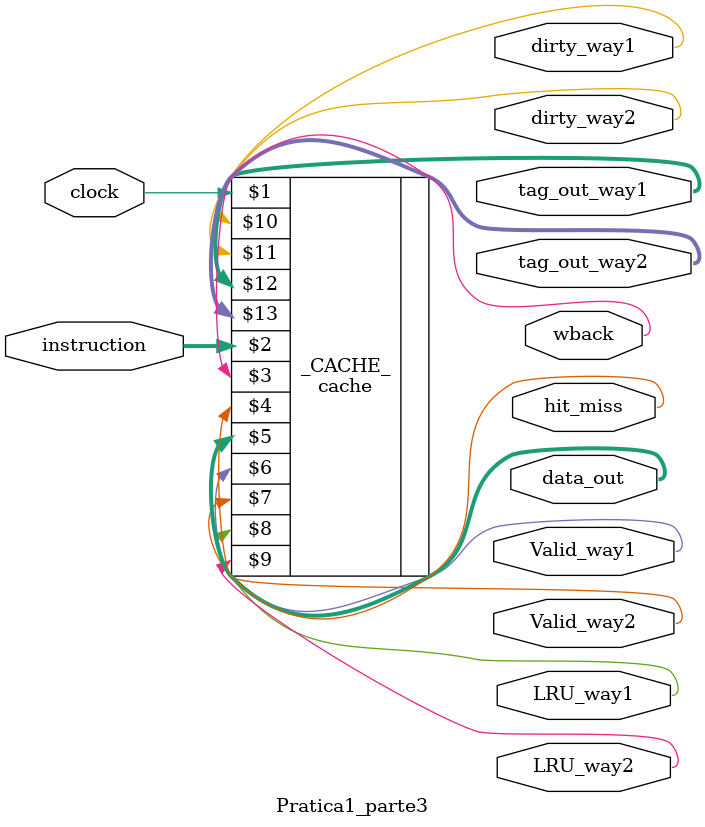
<source format=v>
module Pratica1_parte3(clock, instruction, wback, hit_miss, data_out, Valid_way1, Valid_way2, LRU_way1, LRU_way2, dirty_way1, dirty_way2, tag_out_way1, tag_out_way2);


input clock;
input [8:0] instruction;

output wback;
output hit_miss;
output [2:0] data_out; 

// --- Cache blocks ---
output Valid_way1;
output Valid_way2;
output LRU_way1; 
output LRU_way2; 
output dirty_way1; 
output dirty_way2; 
output [2:0] tag_out_way1; 
output [2:0] tag_out_way2;


cache _CACHE_(clock, instruction, wback, hit_miss, data_out, Valid_way1, Valid_way2, LRU_way1, LRU_way2, dirty_way1, dirty_way2, tag_out_way1, tag_out_way2);



endmodule
</source>
